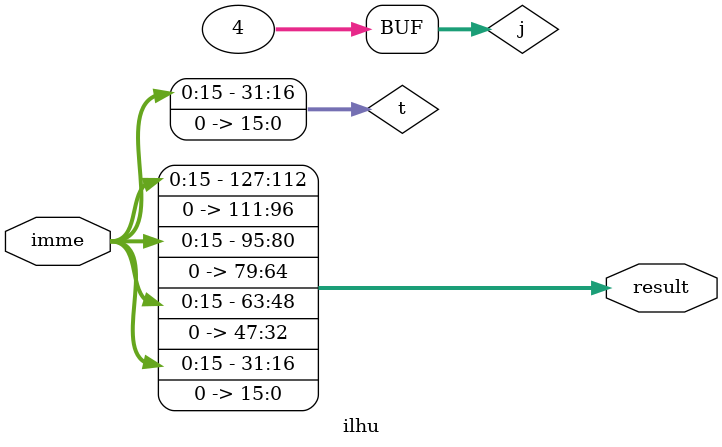
<source format=v>
module ilhu(
  input [0:15] imme,

  output [0:127] result
);
integer j;
reg [0:31] t;
always @(*) begin
  t = {imme, 16'b0};
  for(j = 0 ; j < 4 ; j = j + 1) begin
    result[j*32 +:32] = t;
  end
end
endmodule
</source>
